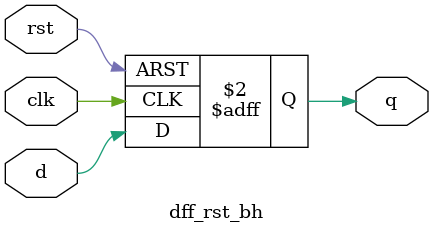
<source format=v>
/***********************************************
    D - Flip-Flop  (positive edge triggred)
    Asynchronous Reset (active high)
***********************************************/

module dff_rst_bh(q,d,clk,rst);

input d,clk,rst;
output reg q;

always@(posedge clk or posedge rst)
begin
    if(rst)
        q<=1'b0;
    else 
        q<=d; 
end


endmodule

</source>
